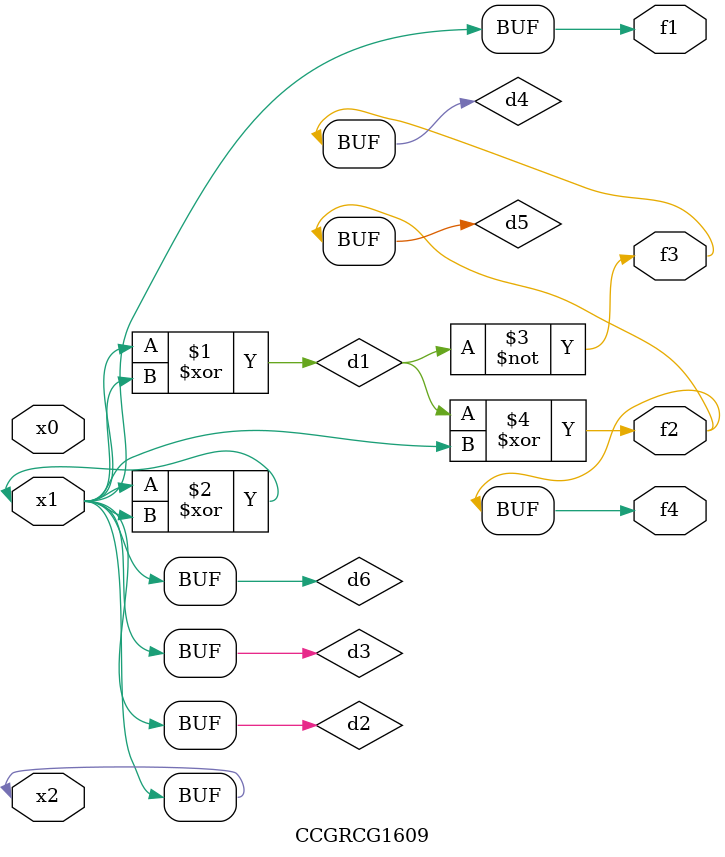
<source format=v>
module CCGRCG1609(
	input x0, x1, x2,
	output f1, f2, f3, f4
);

	wire d1, d2, d3, d4, d5, d6;

	xor (d1, x1, x2);
	buf (d2, x1, x2);
	xor (d3, x1, x2);
	nor (d4, d1);
	xor (d5, d1, d2);
	buf (d6, d2, d3);
	assign f1 = d6;
	assign f2 = d5;
	assign f3 = d4;
	assign f4 = d5;
endmodule

</source>
